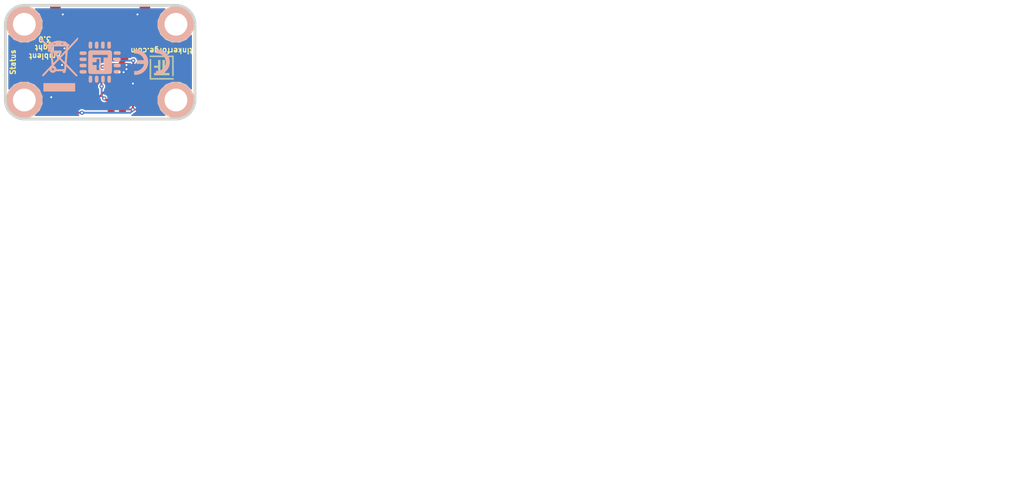
<source format=kicad_pcb>
(kicad_pcb (version 4) (host pcbnew 4.0.2+dfsg1-stable)
  (title_block (title "Ambient Light Bricklet") (date "Do 02 Apr 2015") (rev 2.0) (company Tinkerforge) (comment 1 "Licensed under CERN OHL v.1.1") (comment 2 "Copyright (©) 2015, B.Nordmeyer <bastian@tinkerforge.com>"))
  (layers (0 F.Cu signal) (31 B.Cu signal) (34 B.Paste user) (35 F.Paste user) (36 B.SilkS user) (37 F.SilkS user) (38 B.Mask user) (39 F.Mask user) (44 Edge.Cuts user))
  (net 0 "")
  (net 1 GND)
  (net 2 VCC)
  (net 3 SCL)
  (net 4 SDA)
  (net 5 "Net-(P1-Pad6)")
  (net 6 "Net-(P1-Pad1)")
  (net 7 "Net-(C1-Pad1)")
  (net 8 "Net-(D1-Pad2)")
  (net 9 "Net-(P1-Pad4)")
  (net 10 "Net-(P1-Pad5)")
  (net 11 "Net-(P2-Pad1)")
  (net 12 "Net-(P3-Pad2)")
  (net 13 "Net-(R3-Pad1)")
  (net 14 S-MISO)
  (net 15 S-MOSI)
  (net 16 S-CLK)
  (net 17 S-CS)
  (net 18 "Net-(U1-Pad2)")
  (net 19 "Net-(U1-Pad3)")
  (net 20 "Net-(U1-Pad5)")
  (net 21 "Net-(U1-Pad6)")
  (net 22 "Net-(U1-Pad8)")
  (net 23 "Net-(U1-Pad11)")
  (net 24 "Net-(U1-Pad12)")
  (net 25 "Net-(U1-Pad13)")
  (net 26 "Net-(U1-Pad14)")
  (net 27 "Net-(U1-Pad16)")
  (net 28 "Net-(U1-Pad18)")
  (net 29 "Net-(U1-Pad20)")
  (net 30 "Net-(U1-Pad21)")
  (module kicad-libraries:Fiducial_Mark (layer F.Cu) (at 138.9 88)
    (fp_text reference Fiducial_Mark hide)
    (fp_text value VAL** hide)
    (pad 1 smd circle (at 0 0) (size 1.00076 1.00076) (layers F.Cu F.Paste F.Mask) (clearance 0.65024))
  )
  (module kicad-libraries:Fiducial_Mark (layer F.Cu) (at 153.4 95)
    (fp_text reference Fiducial_Mark hide)
    (fp_text value VAL** hide)
    (pad 1 smd circle (at 0 0) (size 1.00076 1.00076) (layers F.Cu F.Paste F.Mask) (clearance 0.65024))
  )
  (module kicad-libraries:CE_5mm (layer B.Cu) (at 149.2 94 180)
    (fp_text reference VAL hide)
    (fp_text value CE_5mm hide)
  )
  (module kicad-libraries:Logo_31x31 (layer F.Cu) (at 152.1 96.3 180)
    (fp_text reference G*** hide)
    (fp_text value Logo_31x31 hide)
  )
  (module kicad-libraries:DRILL_NP (layer F.Cu) (at 152.4 89)
    (fp_text reference U6 hide)
    (fp_text value DRILL hide)
    (pad "" np_thru_hole circle (at 0 0) (size 2.99974 2.99974) (drill 2.99974) (layers *.Cu *.Mask F.SilkS) (clearance 0.89916))
  )
  (module kicad-libraries:DRILL_NP (layer F.Cu) (at 132.4 99)
    (fp_text reference U5 hide)
    (fp_text value DRILL hide)
    (pad "" np_thru_hole circle (at 0 0) (size 2.99974 2.99974) (drill 2.99974) (layers *.Cu *.Mask F.SilkS) (clearance 0.89916))
  )
  (module kicad-libraries:DRILL_NP (layer F.Cu) (at 132.4 89)
    (fp_text reference U4 hide)
    (fp_text value DRILL hide)
    (pad "" np_thru_hole circle (at 0 0) (size 2.99974 2.99974) (drill 2.99974) (layers *.Cu *.Mask F.SilkS) (clearance 0.89916))
  )
  (module kicad-libraries:DRILL_NP (layer F.Cu) (at 152.4 99)
    (fp_text reference U3 hide)
    (fp_text value DRILL hide)
    (pad "" np_thru_hole circle (at 0 0) (size 2.99974 2.99974) (drill 2.99974) (layers *.Cu *.Mask F.SilkS) (clearance 0.89916))
  )
  (module kicad-libraries:LTR-329ALS (layer F.Cu) (at 144.6 98.3 90)
    (fp_text reference U2)
    (fp_text value LTR-329ALS)
    (pad 1 smd rect (at -0.7 0.775 90) (size 0.9 0.95) (layers F.Cu F.Paste F.Mask) (net 2 VCC))
    (pad 2 smd rect (at 0.7 0.775 90) (size 0.9 0.95) (layers F.Cu F.Paste F.Mask) (net 1 GND))
    (pad 3 smd rect (at 0.7 -0.775 90) (size 0.9 0.95) (layers F.Cu F.Paste F.Mask) (net 4 SDA))
    (pad 4 smd rect (at -0.7 -0.775 90) (size 0.9 0.95) (layers F.Cu F.Paste F.Mask) (net 3 SCL))
  )
  (module C0402F (layer F.Cu) (at 138.2 92.8 180)
    (fp_text reference C1)
    (fp_text value 220pF)
    (pad 2 smd rect (at 0.5 0 180) (size 0.6 0.7) (layers F.Cu F.Paste F.Mask) (net 1 GND))
    (pad 1 smd rect (at -0.5 0 180) (size 0.6 0.7) (layers F.Cu F.Paste F.Mask) (net 7 "Net-(C1-Pad1)"))
  )
  (module C0805 (layer F.Cu) (at 144.6 93.1)
    (fp_text reference C3)
    (fp_text value 10uF)
    (pad 1 smd rect (at -1.00076 0) (size 1.00076 1.24968) (layers F.Cu F.Paste F.Mask) (net 2 VCC) (clearance 0.14986))
    (pad 2 smd rect (at 1.00076 0) (size 1.00076 1.24968) (layers F.Cu F.Paste F.Mask) (net 1 GND) (clearance 0.14986))
  )
  (module C0603F (layer F.Cu) (at 144.4 94.6)
    (fp_text reference C4)
    (fp_text value 1uF)
    (pad 1 smd rect (at -0.75 0) (size 0.9 0.9) (layers F.Cu F.Paste F.Mask) (net 2 VCC))
    (pad 2 smd rect (at 0.75 0) (size 0.9 0.9) (layers F.Cu F.Paste F.Mask) (net 1 GND))
  )
  (module C0603F (layer F.Cu) (at 137 99.7 135)
    (fp_text reference C5)
    (fp_text value 100nF)
    (pad 1 smd rect (at -0.75 0 135) (size 0.9 0.9) (layers F.Cu F.Paste F.Mask) (net 2 VCC))
    (pad 2 smd rect (at 0.75 0 135) (size 0.9 0.9) (layers F.Cu F.Paste F.Mask) (net 1 GND))
  )
  (module D0603F (layer F.Cu) (at 132.1 94 90)
    (fp_text reference D1)
    (fp_text value blue)
    (pad 1 smd rect (at -0.75 0 90) (size 0.9 0.9) (layers F.Cu F.Paste F.Mask) (net 2 VCC))
    (pad 2 smd rect (at 0.75 0 90) (size 0.9 0.9) (layers F.Cu F.Paste F.Mask) (net 8 "Net-(D1-Pad2)"))
  )
  (module kicad-libraries:CON-SENSOR2 (layer F.Cu) (at 142.4 86.5 180)
    (fp_text reference P1)
    (fp_text value CON-SENSOR2)
    (pad 1 smd rect (at -3.75 -4.6 180) (size 0.6 1.8) (layers F.Cu F.Paste F.Mask) (net 6 "Net-(P1-Pad1)"))
    (pad 2 smd rect (at -2.5 -4.6 180) (size 0.6 1.8) (layers F.Cu F.Paste F.Mask) (net 1 GND))
    (pad EP smd rect (at -5.9 -1.2 180) (size 1.4 2.4) (layers F.Cu F.Paste F.Mask) (net 1 GND))
    (pad EP smd rect (at 5.9 -1.2 180) (size 1.4 2.4) (layers F.Cu F.Paste F.Mask) (net 1 GND))
    (pad 3 smd rect (at -1.25 -4.6 180) (size 0.6 1.8) (layers F.Cu F.Paste F.Mask) (net 2 VCC))
    (pad 4 smd rect (at 0 -4.6 180) (size 0.6 1.8) (layers F.Cu F.Paste F.Mask) (net 9 "Net-(P1-Pad4)"))
    (pad 5 smd rect (at 1.25 -4.6 180) (size 0.6 1.8) (layers F.Cu F.Paste F.Mask) (net 10 "Net-(P1-Pad5)"))
    (pad 6 smd rect (at 2.5 -4.6 180) (size 0.6 1.8) (layers F.Cu F.Paste F.Mask) (net 5 "Net-(P1-Pad6)"))
    (pad 7 smd rect (at 3.75 -4.6 180) (size 0.6 1.8) (layers F.Cu F.Paste F.Mask) (net 7 "Net-(C1-Pad1)"))
  )
  (module kicad-libraries:DEBUG_PAD (layer F.Cu) (at 141.775 99.9)
    (fp_text reference P2)
    (fp_text value DEBUG)
    (pad 1 smd circle (at 0 0) (size 0.7 0.7) (layers F.Cu F.Paste F.Mask) (net 11 "Net-(P2-Pad1)"))
  )
  (module kicad-libraries:SolderJumper (layer F.Cu) (at 136.4 94.6 270)
    (fp_text reference P3)
    (fp_text value BOOT)
    (pad 2 smd rect (at 0.55 0 270) (size 0.3 1.4) (layers F.Cu F.Mask) (net 12 "Net-(P3-Pad2)"))
    (pad 2 smd rect (at 0.15 0 270) (size 0.6 0.5) (layers F.Cu F.Mask) (net 12 "Net-(P3-Pad2)"))
    (pad 1 smd rect (at -0.5 0 270) (size 0.4 1.4) (layers F.Cu F.Mask) (net 1 GND))
    (pad 1 smd rect (at -0.225 0.55 270) (size 0.95 0.3) (layers F.Cu F.Mask) (net 1 GND))
    (pad 1 smd rect (at -0.225 -0.55 270) (size 0.95 0.3) (layers F.Cu F.Mask) (net 1 GND))
  )
  (module kicad-libraries:R0603F (layer F.Cu) (at 134.6 95.6 135)
    (fp_text reference R3)
    (fp_text value 1k)
    (pad 1 smd rect (at -0.75 0 135) (size 0.9 0.9) (layers F.Cu F.Paste F.Mask) (net 13 "Net-(R3-Pad1)"))
    (pad 2 smd rect (at 0.75 0 135) (size 0.9 0.9) (layers F.Cu F.Paste F.Mask) (net 8 "Net-(D1-Pad2)"))
  )
  (module 4X0402 (layer F.Cu) (at 140.5 93.3 180)
    (fp_text reference RP1)
    (fp_text value 82)
    (pad 1 smd rect (at -0.7493 0.575) (size 0.29972 0.65) (layers F.Cu F.Paste F.Mask) (net 9 "Net-(P1-Pad4)"))
    (pad 2 smd rect (at -0.24892 0.575) (size 0.29972 0.65) (layers F.Cu F.Paste F.Mask) (net 10 "Net-(P1-Pad5)"))
    (pad 3 smd rect (at 0.24892 0.575) (size 0.29972 0.65) (layers F.Cu F.Paste F.Mask) (net 5 "Net-(P1-Pad6)"))
    (pad 4 smd rect (at 0.7493 0.575) (size 0.29972 0.65) (layers F.Cu F.Paste F.Mask) (net 7 "Net-(C1-Pad1)"))
    (pad 5 smd rect (at 0.7493 -0.575 180) (size 0.29972 0.65) (layers F.Cu F.Paste F.Mask) (net 14 S-MISO))
    (pad 6 smd rect (at 0.24892 -0.575 180) (size 0.29972 0.65) (layers F.Cu F.Paste F.Mask) (net 15 S-MOSI))
    (pad 7 smd rect (at -0.24892 -0.575 180) (size 0.29972 0.65) (layers F.Cu F.Paste F.Mask) (net 16 S-CLK))
    (pad 8 smd rect (at -0.7493 -0.575 180) (size 0.29972 0.65) (layers F.Cu F.Paste F.Mask) (net 17 S-CS))
  )
  (module kicad-libraries:QFN24-4x4mm-0.5mm (layer F.Cu) (at 139.4 97.2 315)
    (fp_text reference U1)
    (fp_text value XMC1XXX24)
    (pad 1 smd oval (at -2.025 -1.25 315) (size 1 0.3) (layers F.Cu F.Paste F.Mask) (net 14 S-MISO))
    (pad 2 smd oval (at -2.025 -0.75 315) (size 1 0.3) (layers F.Cu F.Paste F.Mask) (net 18 "Net-(U1-Pad2)"))
    (pad 3 smd oval (at -2.025 -0.25 315) (size 1 0.3) (layers F.Cu F.Paste F.Mask) (net 19 "Net-(U1-Pad3)"))
    (pad 4 smd oval (at -2.025 0.25 315) (size 1 0.3) (layers F.Cu F.Paste F.Mask) (net 12 "Net-(P3-Pad2)"))
    (pad 5 smd oval (at -2.025 0.75 315) (size 1 0.3) (layers F.Cu F.Paste F.Mask) (net 20 "Net-(U1-Pad5)"))
    (pad 6 smd oval (at -2.025 1.25 315) (size 1 0.3) (layers F.Cu F.Paste F.Mask) (net 21 "Net-(U1-Pad6)"))
    (pad 7 smd oval (at -1.25 2.025 45) (size 1 0.3) (layers F.Cu F.Paste F.Mask) (net 13 "Net-(R3-Pad1)"))
    (pad 8 smd oval (at -0.75 2.025 45) (size 1 0.3) (layers F.Cu F.Paste F.Mask) (net 22 "Net-(U1-Pad8)"))
    (pad 9 smd oval (at -0.25 2.025 45) (size 1 0.3) (layers F.Cu F.Paste F.Mask) (net 1 GND))
    (pad 10 smd oval (at 0.25 2.025 45) (size 1 0.3) (layers F.Cu F.Paste F.Mask) (net 2 VCC))
    (pad 11 smd oval (at 0.75 2.025 45) (size 1 0.3) (layers F.Cu F.Paste F.Mask) (net 23 "Net-(U1-Pad11)"))
    (pad 12 smd oval (at 1.25 2.025 45) (size 1 0.3) (layers F.Cu F.Paste F.Mask) (net 24 "Net-(U1-Pad12)"))
    (pad 13 smd oval (at 2.025 1.25 315) (size 1 0.3) (layers F.Cu F.Paste F.Mask) (net 25 "Net-(U1-Pad13)"))
    (pad 14 smd oval (at 2.025 0.75 315) (size 1 0.3) (layers F.Cu F.Paste F.Mask) (net 26 "Net-(U1-Pad14)"))
    (pad 15 smd oval (at 2.025 0.25 315) (size 1 0.3) (layers F.Cu F.Paste F.Mask) (net 11 "Net-(P2-Pad1)"))
    (pad 16 smd oval (at 2.025 -0.25 315) (size 1 0.3) (layers F.Cu F.Paste F.Mask) (net 27 "Net-(U1-Pad16)"))
    (pad 17 smd oval (at 2.025 -0.75 315) (size 1 0.3) (layers F.Cu F.Paste F.Mask) (net 4 SDA))
    (pad 18 smd oval (at 2.025 -1.25 315) (size 1 0.3) (layers F.Cu F.Paste F.Mask) (net 28 "Net-(U1-Pad18)"))
    (pad 19 smd oval (at 1.25 -2.025 45) (size 1 0.3) (layers F.Cu F.Paste F.Mask) (net 3 SCL))
    (pad 20 smd oval (at 0.75 -2.025 45) (size 1 0.3) (layers F.Cu F.Paste F.Mask) (net 29 "Net-(U1-Pad20)"))
    (pad 21 smd oval (at 0.25 -2.025 45) (size 1 0.3) (layers F.Cu F.Paste F.Mask) (net 30 "Net-(U1-Pad21)"))
    (pad 22 smd oval (at -0.25 -2.025 45) (size 1 0.3) (layers F.Cu F.Paste F.Mask) (net 17 S-CS))
    (pad 23 smd oval (at -0.75 -2.025 45) (size 1 0.3) (layers F.Cu F.Paste F.Mask) (net 16 S-CLK))
    (pad 24 smd oval (at -1.25 -2.025 45) (size 1 0.3) (layers F.Cu F.Paste F.Mask) (net 15 S-MOSI))
    (pad EXP smd rect (at 0.65 0.65 315) (size 1.3 1.3) (layers F.Cu F.Paste F.Mask) (net 1 GND))
    (pad EXP smd rect (at 0.65 -0.65 315) (size 1.3 1.3) (layers F.Cu F.Paste F.Mask) (net 1 GND))
    (pad EXP smd rect (at -0.65 0.65 315) (size 1.3 1.3) (layers F.Cu F.Paste F.Mask) (net 1 GND))
    (pad EXP smd rect (at -0.65 -0.65 315) (size 1.3 1.3) (layers F.Cu F.Paste F.Mask) (net 1 GND))
  )
  (module kicad-libraries:C0603F (layer F.Cu) (at 146.725 98.3 270)
    (fp_text reference C2)
    (fp_text value 100nF)
    (pad 1 smd rect (at -0.75 0 270) (size 0.9 0.9) (layers F.Cu F.Paste F.Mask) (net 1 GND))
    (pad 2 smd rect (at 0.75 0 270) (size 0.9 0.9) (layers F.Cu F.Paste F.Mask) (net 2 VCC))
  )
  (module kicad-libraries:R0603F (layer F.Cu) (at 144.6 96.3 180)
    (fp_text reference R1)
    (fp_text value 2k2)
    (pad 1 smd rect (at -0.75 0 180) (size 0.9 0.9) (layers F.Cu F.Paste F.Mask) (net 2 VCC))
    (pad 2 smd rect (at 0.75 0 180) (size 0.9 0.9) (layers F.Cu F.Paste F.Mask) (net 4 SDA))
  )
  (module kicad-libraries:R0603F (layer F.Cu) (at 144.6 100.3 180)
    (fp_text reference R2)
    (fp_text value 2k2)
    (pad 1 smd rect (at -0.75 0 180) (size 0.9 0.9) (layers F.Cu F.Paste F.Mask) (net 2 VCC))
    (pad 2 smd rect (at 0.75 0 180) (size 0.9 0.9) (layers F.Cu F.Paste F.Mask) (net 3 SCL))
  )
  (module kicad-libraries:WEEE_7mm (layer B.Cu) (at 137 94.3 180)
    (fp_text reference VAL hide)
    (fp_text value WEEE_7mm hide)
  )
  (module kicad-libraries:Logo_CoMCU (layer B.Cu) (at 142.4 94 180)
    (fp_text reference G*** hide)
    (fp_text value LOGO hide)
  )
  (gr_text Status (at 130.9 94 90) (layer F.SilkS) (effects (font (size 0.7 0.7))))
  (gr_text "Ambient\nLight\n3.0" (at 135.1 92.1 180) (layer F.SilkS) (effects (font (size 0.7 0.7))))
  (gr_text tinkerforge.com (at 150.5 92.5 180) (layer F.SilkS) (effects (font (size 0.7 0.7))))
  (gr_line (start 132.4 101.5) (end 152.4 101.5) (angle 90) (layer Edge.Cuts) (width 0.381))
  (gr_line (start 129.9 89) (end 129.9 99) (angle 90) (layer Edge.Cuts) (width 0.381))
  (gr_line (start 152.4 86.5) (end 132.4 86.5) (angle 90) (layer Edge.Cuts) (width 0.381))
  (gr_line (start 154.9 99) (end 154.9 89) (angle 90) (layer Edge.Cuts) (width 0.381))
  (gr_arc (start 152.4 99) (end 154.9 99) (angle 90) (layer Edge.Cuts) (width 0.381))
  (gr_arc (start 132.4 99) (end 132.4 101.5) (angle 90) (layer Edge.Cuts) (width 0.381))
  (gr_arc (start 132.4 89) (end 129.9 89) (angle 90) (layer Edge.Cuts) (width 0.381))
  (gr_arc (start 152.4 89) (end 152.4 86.5) (angle 90) (layer Edge.Cuts) (width 0.381))
  (segment (start 136.95 94.375) (end 137.375 94.375) (width 0.25) (layer F.Cu) (net 1))
  (via (at 137.375 94.375) (size 0.55) (drill 0.25) (layers F.Cu B.Cu) (net 1))
  (segment (start 136.4 94.1) (end 136.8 94.1) (width 0.25) (layer F.Cu) (net 1))
  (segment (start 136.8 94.1) (end 136.95 94.25) (width 0.25) (layer F.Cu) (net 1))
  (segment (start 136.95 94.25) (end 136.95 94.575) (width 0.25) (layer F.Cu) (net 1))
  (segment (start 136.95 94.575) (end 136.95 94.375) (width 0.25) (layer F.Cu) (net 1))
  (segment (start 135.85 94.375) (end 135.85 94.2) (width 0.25) (layer F.Cu) (net 1))
  (segment (start 135.85 94.2) (end 135.95 94.1) (width 0.25) (layer F.Cu) (net 1))
  (segment (start 135.95 94.1) (end 136.375 94.1) (width 0.25) (layer F.Cu) (net 1))
  (segment (start 136.375 94.1) (end 136.4 94.1) (width 0.25) (layer F.Cu) (net 1))
  (via (at 144.95 95.325) (size 0.55) (drill 0.25) (layers F.Cu B.Cu) (net 1))
  (segment (start 144.95 94.8) (end 144.95 95.325) (width 0.55) (layer F.Cu) (net 1))
  (segment (start 145.15 95.125) (end 145.15 94.6) (width 0.55) (layer F.Cu) (net 1))
  (segment (start 144.95 95.325) (end 145.5 95.325) (width 0.55) (layer F.Cu) (net 1))
  (via (at 145.5 95.325) (size 0.55) (drill 0.25) (layers F.Cu B.Cu) (net 1))
  (segment (start 145.15 95.125) (end 144.95 95.325) (width 0.55) (layer F.Cu) (net 1))
  (segment (start 145.15 94.6) (end 145.15 94.975) (width 0.55) (layer F.Cu) (net 1))
  (via (at 145.875 94.925) (size 0.55) (drill 0.25) (layers F.Cu B.Cu) (net 1))
  (segment (start 145.5 95.325) (end 145.15 94.975) (width 0.55) (layer F.Cu) (net 1))
  (segment (start 145.5 95.3) (end 145.875 94.925) (width 0.55) (layer F.Cu) (net 1))
  (segment (start 145.5 95.325) (end 145.5 95.3) (width 0.55) (layer F.Cu) (net 1))
  (via (at 145.875 94.375) (size 0.55) (drill 0.25) (layers F.Cu B.Cu) (net 1))
  (segment (start 145.875 94.925) (end 145.55 94.6) (width 0.55) (layer F.Cu) (net 1))
  (segment (start 145.875 94.925) (end 145.875 94.375) (width 0.55) (layer F.Cu) (net 1))
  (segment (start 146.725 97.55) (end 146.725 96.825) (width 0.55) (layer F.Cu) (net 1))
  (via (at 146.725 96.825) (size 0.55) (drill 0.25) (layers F.Cu B.Cu) (net 1))
  (segment (start 136.46967 99.16967) (end 136.46967 99.14467) (width 0.55) (layer F.Cu) (net 1))
  (segment (start 136.46967 99.14467) (end 135.95 98.625) (width 0.55) (layer F.Cu) (net 1))
  (via (at 135.95 98.625) (size 0.55) (drill 0.25) (layers F.Cu B.Cu) (net 1))
  (segment (start 137.7 92.8) (end 137.7 92.175) (width 0.55) (layer F.Cu) (net 1))
  (via (at 137.7 92.175) (size 0.55) (drill 0.25) (layers F.Cu B.Cu) (net 1))
  (segment (start 145.875 94.375) (end 145.375 94.375) (width 0.55) (layer F.Cu) (net 1))
  (segment (start 145.375 94.375) (end 145.15 94.6) (width 0.55) (layer F.Cu) (net 1))
  (segment (start 145.65 94.6) (end 145.875 94.375) (width 0.55) (layer F.Cu) (net 1))
  (segment (start 145.65 94.6) (end 145.15 94.6) (width 0.55) (layer F.Cu) (net 1))
  (segment (start 145.15 94.6) (end 145.55 94.6) (width 0.55) (layer F.Cu) (net 1))
  (segment (start 145.15 94.6) (end 145.15 94.15) (width 0.55) (layer F.Cu) (net 1))
  (segment (start 145.15 94.15) (end 145.60076 93.69924) (width 0.55) (layer F.Cu) (net 1))
  (segment (start 145.60076 93.69924) (end 145.60076 93.1) (width 0.55) (layer F.Cu) (net 1))
  (segment (start 144.9 91.1) (end 144.9 92.1) (width 0.55) (layer F.Cu) (net 1))
  (segment (start 144.9 92.1) (end 145.60076 92.80076) (width 0.55) (layer F.Cu) (net 1))
  (segment (start 145.60076 92.80076) (end 145.60076 93.1) (width 0.55) (layer F.Cu) (net 1))
  (segment (start 148.3 87.7) (end 147.325 87.7) (width 0.55) (layer F.Cu) (net 1))
  (via (at 147.325 87.7) (size 0.55) (drill 0.25) (layers F.Cu B.Cu) (net 1))
  (segment (start 136.5 87.7) (end 137.475 87.7) (width 0.55) (layer F.Cu) (net 1))
  (via (at 137.475 87.7) (size 0.55) (drill 0.25) (layers F.Cu B.Cu) (net 1))
  (segment (start 145.375 97.6) (end 146.675 97.6) (width 0.25) (layer F.Cu) (net 1))
  (segment (start 146.675 97.6) (end 146.725 97.55) (width 0.25) (layer F.Cu) (net 1))
  (segment (start 137.791332 98.455115) (end 137.794885 98.455115) (width 0.25) (layer F.Cu) (net 1))
  (segment (start 137.794885 98.455115) (end 138.480761 97.769239) (width 0.25) (layer F.Cu) (net 1))
  (segment (start 138.480761 97.769239) (end 138.480761 97.2) (width 0.25) (layer F.Cu) (net 1))
  (segment (start 138.480761 97.2) (end 139.4 96.280761) (width 0.25) (layer F.Cu) (net 1))
  (segment (start 139.4 96.280761) (end 140.319239 97.2) (width 0.25) (layer F.Cu) (net 1))
  (segment (start 140.319239 97.2) (end 139.4 98.119239) (width 0.25) (layer F.Cu) (net 1))
  (segment (start 139.4 98.119239) (end 138.480761 97.2) (width 0.25) (layer F.Cu) (net 1))
  (segment (start 137.791332 98.455115) (end 137.791332 98.458668) (width 0.25) (layer F.Cu) (net 1))
  (segment (start 137.791332 98.458668) (end 137.325 98.925) (width 0.25) (layer F.Cu) (net 1))
  (segment (start 137.325 98.925) (end 136.71434 98.925) (width 0.25) (layer F.Cu) (net 1))
  (segment (start 136.71434 98.925) (end 136.46967 99.16967) (width 0.25) (layer F.Cu) (net 1))
  (segment (start 147.8 96.675) (end 147.8 96.675) (width 0.25) (layer F.Cu) (net 2))
  (segment (start 146.775 95.65) (end 146.775 94.725) (width 0.25) (layer F.Cu) (net 2))
  (segment (start 147.8 96.675) (end 146.775 95.65) (width 0.25) (layer F.Cu) (net 2))
  (segment (start 143.65 94.6) (end 142.725 94.6) (width 0.25) (layer F.Cu) (net 2))
  (segment (start 146.775 93.8) (end 146.775 94.725) (width 0.25) (layer F.Cu) (net 2))
  (via (at 146.775 93.8) (size 0.55) (drill 0.25) (layers F.Cu B.Cu) (net 2))
  (segment (start 143.525 93.8) (end 146.775 93.8) (width 0.25) (layer B.Cu) (net 2))
  (segment (start 142.725 94.6) (end 143.525 93.8) (width 0.25) (layer B.Cu) (net 2))
  (via (at 142.725 94.6) (size 0.55) (drill 0.25) (layers F.Cu B.Cu) (net 2))
  (segment (start 146.05 96.3) (end 145.35 96.3) (width 0.25) (layer F.Cu) (net 2))
  (segment (start 147.225 96.175) (end 146.175 96.175) (width 0.25) (layer F.Cu) (net 2))
  (segment (start 146.175 96.175) (end 146.05 96.3) (width 0.25) (layer F.Cu) (net 2))
  (segment (start 147.3 96.175) (end 147.225 96.175) (width 0.25) (layer F.Cu) (net 2))
  (segment (start 146.7 100.25) (end 147.425 100.25) (width 0.25) (layer F.Cu) (net 2))
  (segment (start 147.425 100.25) (end 147.8 99.875) (width 0.25) (layer F.Cu) (net 2))
  (segment (start 147.8 99.875) (end 147.8 96.675) (width 0.25) (layer F.Cu) (net 2))
  (segment (start 147.8 96.675) (end 147.3 96.175) (width 0.25) (layer F.Cu) (net 2))
  (segment (start 146.7 100.25) (end 145.4 100.25) (width 0.25) (layer F.Cu) (net 2))
  (segment (start 145.4 100.25) (end 145.35 100.3) (width 0.25) (layer F.Cu) (net 2))
  (segment (start 137.53033 100.23033) (end 137.55533 100.23033) (width 0.25) (layer F.Cu) (net 2))
  (segment (start 137.55533 100.23033) (end 138 100.675) (width 0.25) (layer F.Cu) (net 2))
  (segment (start 146.725 100.225) (end 146.725 99.05) (width 0.25) (layer F.Cu) (net 2))
  (segment (start 146.7 100.25) (end 146.725 100.225) (width 0.25) (layer F.Cu) (net 2))
  (via (at 146.7 100.25) (size 0.55) (drill 0.25) (layers F.Cu B.Cu) (net 2))
  (segment (start 146.7 100.375) (end 146.7 100.25) (width 0.25) (layer B.Cu) (net 2))
  (segment (start 146.4 100.675) (end 146.7 100.375) (width 0.25) (layer B.Cu) (net 2))
  (segment (start 145.975 100.675) (end 146.4 100.675) (width 0.25) (layer B.Cu) (net 2))
  (segment (start 140 100.675) (end 145.975 100.675) (width 0.25) (layer B.Cu) (net 2))
  (via (at 140 100.675) (size 0.55) (drill 0.25) (layers F.Cu B.Cu) (net 2))
  (segment (start 138 100.675) (end 140 100.675) (width 0.25) (layer F.Cu) (net 2))
  (segment (start 143.65 94.6) (end 143.65 93.15076) (width 0.55) (layer F.Cu) (net 2))
  (segment (start 143.65 93.15076) (end 143.59924 93.1) (width 0.55) (layer F.Cu) (net 2))
  (segment (start 143.65 91.1) (end 143.65 93.04924) (width 0.55) (layer F.Cu) (net 2))
  (segment (start 143.65 93.04924) (end 143.59924 93.1) (width 0.55) (layer F.Cu) (net 2))
  (segment (start 132.1 94.75) (end 132.35 94.75) (width 0.25) (layer F.Cu) (net 2))
  (segment (start 132.35 94.75) (end 135.225 97.625) (width 0.25) (layer F.Cu) (net 2))
  (segment (start 135.225 97.625) (end 135.225 99.75) (width 0.25) (layer F.Cu) (net 2))
  (segment (start 135.225 99.75) (end 136.1 100.625) (width 0.25) (layer F.Cu) (net 2))
  (segment (start 136.1 100.625) (end 137.13566 100.625) (width 0.25) (layer F.Cu) (net 2))
  (segment (start 137.13566 100.625) (end 137.53033 100.23033) (width 0.25) (layer F.Cu) (net 2))
  (segment (start 145.375 99) (end 146.675 99) (width 0.25) (layer F.Cu) (net 2))
  (segment (start 146.675 99) (end 146.725 99.05) (width 0.25) (layer F.Cu) (net 2))
  (segment (start 145.35 100.3) (end 145.35 99.025) (width 0.25) (layer F.Cu) (net 2))
  (segment (start 145.35 99.025) (end 145.375 99) (width 0.25) (layer F.Cu) (net 2))
  (segment (start 138.144885 98.808668) (end 138.141332 98.808668) (width 0.25) (layer F.Cu) (net 2))
  (segment (start 138.141332 98.808668) (end 137.725 99.225) (width 0.25) (layer F.Cu) (net 2))
  (segment (start 137.725 99.225) (end 137.725 100.03566) (width 0.25) (layer F.Cu) (net 2))
  (segment (start 137.725 100.03566) (end 137.53033 100.23033) (width 0.25) (layer F.Cu) (net 2))
  (segment (start 143.825 99) (end 143.15 99) (width 0.25) (layer F.Cu) (net 3))
  (segment (start 142.35 96.3) (end 142.067767 96.3) (width 0.25) (layer F.Cu) (net 3))
  (segment (start 142.575 96.525) (end 142.35 96.3) (width 0.25) (layer F.Cu) (net 3))
  (segment (start 142.575 97.175) (end 142.575 96.525) (width 0.25) (layer F.Cu) (net 3))
  (segment (start 142.6 97.2) (end 142.575 97.175) (width 0.25) (layer F.Cu) (net 3))
  (via (at 142.6 97.2) (size 0.55) (drill 0.25) (layers F.Cu B.Cu) (net 3))
  (segment (start 142.6 98.45) (end 142.6 97.2) (width 0.25) (layer B.Cu) (net 3))
  (segment (start 142.95 98.8) (end 142.6 98.45) (width 0.25) (layer B.Cu) (net 3))
  (via (at 142.95 98.8) (size 0.55) (drill 0.25) (layers F.Cu B.Cu) (net 3))
  (segment (start 143.15 99) (end 142.95 98.8) (width 0.25) (layer F.Cu) (net 3))
  (segment (start 142.067767 96.3) (end 141.715775 96.651992) (width 0.25) (layer F.Cu) (net 3))
  (segment (start 143.85 100.3) (end 143.85 99.025) (width 0.25) (layer F.Cu) (net 3))
  (segment (start 143.85 99.025) (end 143.825 99) (width 0.25) (layer F.Cu) (net 3))
  (segment (start 143.825 97.6) (end 143.275 97.6) (width 0.25) (layer F.Cu) (net 4))
  (segment (start 141.78566 98.525) (end 141.362221 98.101561) (width 0.25) (layer F.Cu) (net 4))
  (segment (start 142.35 98.525) (end 141.78566 98.525) (width 0.25) (layer F.Cu) (net 4))
  (segment (start 143.275 97.6) (end 142.35 98.525) (width 0.25) (layer F.Cu) (net 4))
  (segment (start 143.825 97.6) (end 143.825 96.325) (width 0.25) (layer F.Cu) (net 4))
  (segment (start 143.825 96.325) (end 143.85 96.3) (width 0.25) (layer F.Cu) (net 4))
  (segment (start 139.9 91.1) (end 139.9 91.9) (width 0.2) (layer F.Cu) (net 5))
  (segment (start 139.9 91.9) (end 140.25108 92.25108) (width 0.2) (layer F.Cu) (net 5))
  (segment (start 140.25108 92.25108) (end 140.25108 92.725) (width 0.2) (layer F.Cu) (net 5))
  (segment (start 138.65 91.1) (end 138.65 92.75) (width 0.2) (layer F.Cu) (net 7))
  (segment (start 138.65 92.75) (end 138.675 92.725) (width 0.2) (layer F.Cu) (net 7))
  (segment (start 138.675 92.725) (end 139.7507 92.725) (width 0.2) (layer F.Cu) (net 7))
  (segment (start 134.06967 95.06967) (end 134.06967 94.86967) (width 0.3) (layer F.Cu) (net 8))
  (segment (start 134.06967 94.86967) (end 132.45 93.25) (width 0.25) (layer F.Cu) (net 8))
  (segment (start 132.45 93.25) (end 132.1 93.25) (width 0.3) (layer F.Cu) (net 8))
  (segment (start 141.2493 92.725) (end 141.875 92.725) (width 0.2) (layer F.Cu) (net 9))
  (segment (start 142.4 92.2) (end 142.4 91.1) (width 0.2) (layer F.Cu) (net 9))
  (segment (start 141.875 92.725) (end 142.4 92.2) (width 0.2) (layer F.Cu) (net 9))
  (segment (start 140.74892 92.725) (end 140.74892 92.25108) (width 0.2) (layer F.Cu) (net 10))
  (segment (start 140.74892 92.25108) (end 141.15 91.85) (width 0.2) (layer F.Cu) (net 10))
  (segment (start 141.15 91.85) (end 141.15 91.1) (width 0.2) (layer F.Cu) (net 10))
  (segment (start 140.655115 98.808668) (end 140.683668 98.808668) (width 0.25) (layer F.Cu) (net 11))
  (segment (start 140.683668 98.808668) (end 141.775 99.9) (width 0.25) (layer F.Cu) (net 11))
  (segment (start 136.4 94.75) (end 136.4 95.15) (width 0.25) (layer F.Cu) (net 12))
  (segment (start 137.791332 95.944885) (end 137.791332 95.941332) (width 0.25) (layer F.Cu) (net 12))
  (segment (start 137.791332 95.941332) (end 137.375 95.525) (width 0.25) (layer F.Cu) (net 12))
  (segment (start 137.375 95.525) (end 136.575 95.525) (width 0.25) (layer F.Cu) (net 12))
  (segment (start 136.575 95.525) (end 136.4 95.35) (width 0.25) (layer F.Cu) (net 12))
  (segment (start 136.4 95.35) (end 136.4 95.15) (width 0.25) (layer F.Cu) (net 12))
  (segment (start 137.084225 97.748008) (end 137.048008 97.748008) (width 0.25) (layer F.Cu) (net 13))
  (segment (start 137.048008 97.748008) (end 135.43033 96.13033) (width 0.25) (layer F.Cu) (net 13))
  (segment (start 135.43033 96.13033) (end 135.13033 96.13033) (width 0.25) (layer F.Cu) (net 13))
  (segment (start 139.7507 93.875) (end 138.625 93.875) (width 0.2) (layer F.Cu) (net 14))
  (segment (start 138.4 94.432233) (end 138.851992 94.884225) (width 0.2) (layer F.Cu) (net 14))
  (segment (start 138.4 94.1) (end 138.4 94.432233) (width 0.2) (layer F.Cu) (net 14))
  (segment (start 138.625 93.875) (end 138.4 94.1) (width 0.2) (layer F.Cu) (net 14))
  (segment (start 140.25108 93.875) (end 140.25108 94.581153) (width 0.2) (layer F.Cu) (net 15))
  (segment (start 140.25108 94.581153) (end 139.948008 94.884225) (width 0.2) (layer F.Cu) (net 15))
  (segment (start 140.74892 93.875) (end 140.74892 94.79042) (width 0.2) (layer F.Cu) (net 16))
  (segment (start 140.74892 94.79042) (end 140.301561 95.237779) (width 0.2) (layer F.Cu) (net 16))
  (segment (start 141.2493 93.875) (end 141.2493 94.997147) (width 0.2) (layer F.Cu) (net 17))
  (segment (start 141.2493 94.997147) (end 140.655115 95.591332) (width 0.2) (layer F.Cu) (net 17))
  (zone (net 1) (net_name GND) (layer B.Cu) (connect_pads (clearance 0.2)) (min_thickness 0.15) (fill yes (arc_segments 16) (thermal_gap 0) (thermal_bridge_width 0.2))
    (polygon (pts (xy 129.9 86.5) (xy 154.9 86.5) (xy 154.9 101.5) (xy 129.9 101.5)))
  )
)
</source>
